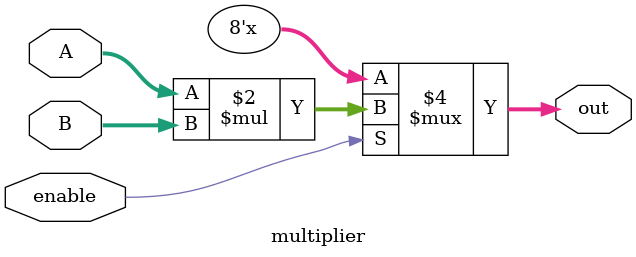
<source format=v>
`timescale 1ns / 1ps


module multiplier(input [3:0] A, B, input enable, output reg [7:0] out

    );
    always @(enable, A,B) begin
    out = 8'bxxxxxxxx;
    if (enable)
        out = A*B;
    end
endmodule

</source>
